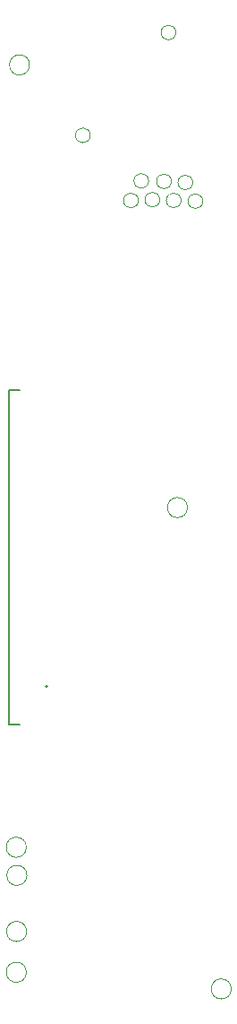
<source format=gbo>
%TF.GenerationSoftware,KiCad,Pcbnew,9.0.2-9.0.2-0~ubuntu25.04.1*%
%TF.CreationDate,2025-05-27T06:35:42+10:00*%
%TF.ProjectId,uq_phone,75715f70-686f-46e6-952e-6b696361645f,rev?*%
%TF.SameCoordinates,Original*%
%TF.FileFunction,Legend,Bot*%
%TF.FilePolarity,Positive*%
%FSLAX46Y46*%
G04 Gerber Fmt 4.6, Leading zero omitted, Abs format (unit mm)*
G04 Created by KiCad (PCBNEW 9.0.2-9.0.2-0~ubuntu25.04.1) date 2025-05-27 06:35:42*
%MOMM*%
%LPD*%
G01*
G04 APERTURE LIST*
%ADD10C,0.120000*%
%ADD11C,0.200000*%
G04 APERTURE END LIST*
D10*
%TO.C,TP15*%
X46100000Y-91850000D02*
G75*
G02*
X44700000Y-91850000I-700000J0D01*
G01*
X44700000Y-91850000D02*
G75*
G02*
X46100000Y-91850000I700000J0D01*
G01*
%TO.C,TP5*%
X30375000Y-162575000D02*
G75*
G02*
X28475000Y-162575000I-950000J0D01*
G01*
X28475000Y-162575000D02*
G75*
G02*
X30375000Y-162575000I950000J0D01*
G01*
%TO.C,TP16*%
X47050000Y-93625000D02*
G75*
G02*
X45650000Y-93625000I-700000J0D01*
G01*
X45650000Y-93625000D02*
G75*
G02*
X47050000Y-93625000I700000J0D01*
G01*
%TO.C,TP6*%
X30650000Y-80750000D02*
G75*
G02*
X28750000Y-80750000I-950000J0D01*
G01*
X28750000Y-80750000D02*
G75*
G02*
X30650000Y-80750000I950000J0D01*
G01*
%TO.C,TP10*%
X40950000Y-93550000D02*
G75*
G02*
X39550000Y-93550000I-700000J0D01*
G01*
X39550000Y-93550000D02*
G75*
G02*
X40950000Y-93550000I700000J0D01*
G01*
%TO.C,TP2*%
X30400000Y-157275000D02*
G75*
G02*
X28500000Y-157275000I-950000J0D01*
G01*
X28500000Y-157275000D02*
G75*
G02*
X30400000Y-157275000I950000J0D01*
G01*
%TO.C,TP3*%
X30350000Y-154625000D02*
G75*
G02*
X28450000Y-154625000I-950000J0D01*
G01*
X28450000Y-154625000D02*
G75*
G02*
X30350000Y-154625000I950000J0D01*
G01*
%TO.C,TP7*%
X45600000Y-122550000D02*
G75*
G02*
X43700000Y-122550000I-950000J0D01*
G01*
X43700000Y-122550000D02*
G75*
G02*
X45600000Y-122550000I950000J0D01*
G01*
D11*
%TO.C,J5*%
X28725000Y-111450000D02*
X29675000Y-111450000D01*
X28725000Y-143050000D02*
X28725000Y-111450000D01*
X29675000Y-143050000D02*
X28725000Y-143050000D01*
X32365000Y-139450000D02*
G75*
G02*
X32165000Y-139450000I-100000J0D01*
G01*
X32165000Y-139450000D02*
G75*
G02*
X32365000Y-139450000I100000J0D01*
G01*
D10*
%TO.C,TP13*%
X44075000Y-91750000D02*
G75*
G02*
X42675000Y-91750000I-700000J0D01*
G01*
X42675000Y-91750000D02*
G75*
G02*
X44075000Y-91750000I700000J0D01*
G01*
%TO.C,TP1*%
X49750000Y-168000000D02*
G75*
G02*
X47850000Y-168000000I-950000J0D01*
G01*
X47850000Y-168000000D02*
G75*
G02*
X49750000Y-168000000I950000J0D01*
G01*
%TO.C,TP9*%
X36400000Y-87400000D02*
G75*
G02*
X35000000Y-87400000I-700000J0D01*
G01*
X35000000Y-87400000D02*
G75*
G02*
X36400000Y-87400000I700000J0D01*
G01*
%TO.C,TP12*%
X42975000Y-93475000D02*
G75*
G02*
X41575000Y-93475000I-700000J0D01*
G01*
X41575000Y-93475000D02*
G75*
G02*
X42975000Y-93475000I700000J0D01*
G01*
%TO.C,TP4*%
X30350000Y-166425000D02*
G75*
G02*
X28450000Y-166425000I-950000J0D01*
G01*
X28450000Y-166425000D02*
G75*
G02*
X30350000Y-166425000I950000J0D01*
G01*
%TO.C,TP14*%
X45000000Y-93550000D02*
G75*
G02*
X43600000Y-93550000I-700000J0D01*
G01*
X43600000Y-93550000D02*
G75*
G02*
X45000000Y-93550000I700000J0D01*
G01*
%TO.C,TP8*%
X44500000Y-77700000D02*
G75*
G02*
X43100000Y-77700000I-700000J0D01*
G01*
X43100000Y-77700000D02*
G75*
G02*
X44500000Y-77700000I700000J0D01*
G01*
%TO.C,TP11*%
X41925000Y-91700000D02*
G75*
G02*
X40525000Y-91700000I-700000J0D01*
G01*
X40525000Y-91700000D02*
G75*
G02*
X41925000Y-91700000I700000J0D01*
G01*
%TD*%
M02*

</source>
